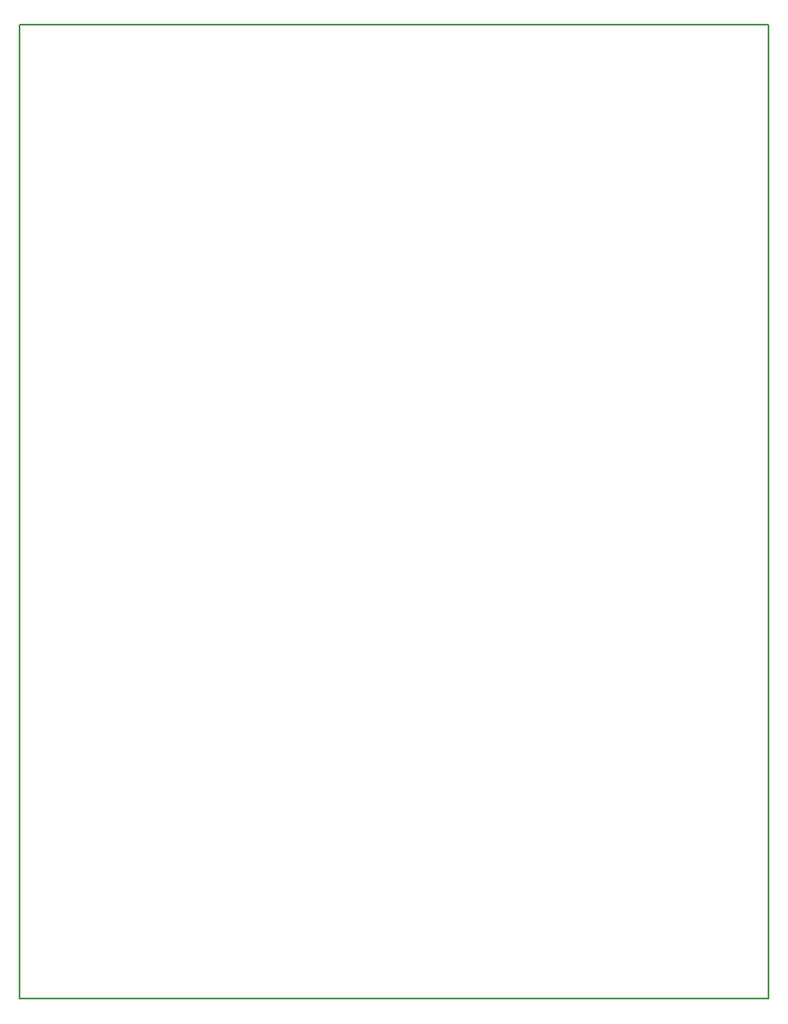
<source format=gbr>
G04 #@! TF.FileFunction,Profile,NP*
%FSLAX46Y46*%
G04 Gerber Fmt 4.6, Leading zero omitted, Abs format (unit mm)*
G04 Created by KiCad (PCBNEW 4.0.2+dfsg1-stable) date Thu 23 Aug 2018 11:31:02 AM EDT*
%MOMM*%
G01*
G04 APERTURE LIST*
%ADD10C,0.100000*%
%ADD11C,0.150000*%
G04 APERTURE END LIST*
D10*
D11*
X135382000Y-50292000D02*
X60706000Y-50292000D01*
X60706000Y-50292000D02*
X60706000Y-147320000D01*
X135382000Y-147320000D02*
X60706000Y-147320000D01*
X135382000Y-147320000D02*
X135382000Y-50292000D01*
M02*

</source>
